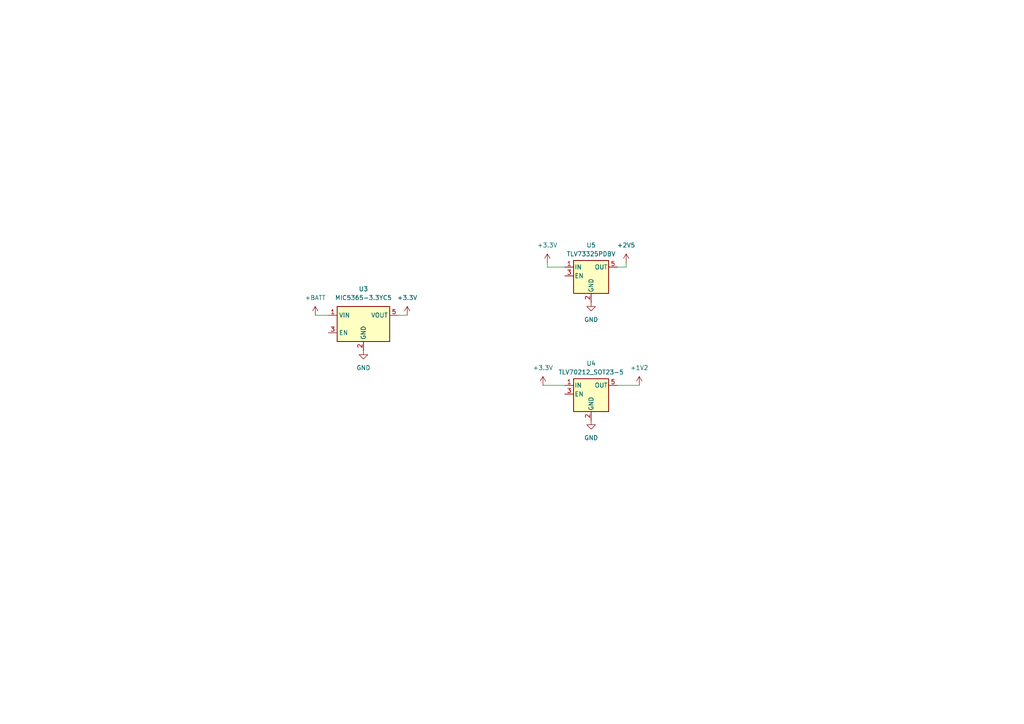
<source format=kicad_sch>
(kicad_sch (version 20250114) (generator "eeschema") (generator_version "9.0")
  (paper "A4")
  (lib_symbols
    (symbol "Regulator_Linear:MIC5365-3.3YC5"
      (property "Reference" "U" (at -6.35 6.35 0))
      (property "Value" "MIC5365-3.3YC5" (at 0 6.35 0))
      (symbol "MIC5365-3.3YC5_0_1"
        (rectangle (start -7.62 -5.08) (end 7.62 5.08) (stroke (width 0.254)) (fill (type background)))
      )
      (symbol "MIC5365-3.3YC5_1_1"
        (pin power_in line (at -10.16 2.54 0) (length 2.54) (name "VIN") (number "1"))
        (pin input line (at -10.16 -2.54 0) (length 2.54) (name "EN") (number "3"))
        (pin power_in line (at 0 -7.62 90) (length 2.54) (name "GND") (number "2"))
        (pin no_connect line (at 7.62 -2.54 180) (length 2.54) (hide yes) (name "NC") (number "4"))
        (pin power_out line (at 10.16 2.54 180) (length 2.54) (name "VOUT") (number "5"))
      )
    )
    (symbol "Regulator_Linear:TLV70212_SOT23-5" (pin_names (offset 0.254))
      (property "Reference" "U" (at -3.81 5.715 0))
      (property "Value" "TLV70212_SOT23-5" (at 0 5.715 0))
      (symbol "TLV70212_SOT23-5_0_1"
        (rectangle (start -5.08 4.445) (end 5.08 -5.08) (stroke (width 0.254)) (fill (type background)))
      )
      (symbol "TLV70212_SOT23-5_1_1"
        (pin power_in line (at -7.62 2.54 0) (length 2.54) (name "IN") (number "1"))
        (pin input line (at -7.62 0 0) (length 2.54) (name "EN") (number "3"))
        (pin power_in line (at 0 -7.62 90) (length 2.54) (name "GND") (number "2"))
        (pin no_connect line (at 5.08 0 180) (length 2.54) (hide yes) (name "NC") (number "4"))
        (pin power_out line (at 7.62 2.54 180) (length 2.54) (name "OUT") (number "5"))
      )
    )
    (symbol "Regulator_Linear:TLV73325PDBV" (pin_names (offset 0.254))
      (property "Reference" "U" (at -3.81 5.715 0))
      (property "Value" "TLV73325PDBV" (at 0 5.715 0))
      (symbol "TLV73325PDBV_0_1"
        (rectangle (start -5.08 4.445) (end 5.08 -5.08) (stroke (width 0.254)) (fill (type background)))
      )
      (symbol "TLV73325PDBV_1_1"
        (pin power_in line (at -7.62 2.54 0) (length 2.54) (name "IN") (number "1"))
        (pin input line (at -7.62 0 0) (length 2.54) (name "EN") (number "3"))
        (pin power_in line (at 0 -7.62 90) (length 2.54) (name "GND") (number "2"))
        (pin no_connect line (at 5.08 0 180) (length 2.54) (hide yes) (name "NC") (number "4"))
        (pin power_out line (at 7.62 2.54 180) (length 2.54) (name "OUT") (number "5"))
      )
    )
    (symbol "power:+1V2" (power) (pin_numbers (hide yes)) (pin_names (offset 0) (hide yes))
      (property "Value" "+1V2" (at 0 3.556 0))
      (symbol "+1V2_0_1"
        (polyline (pts (xy -0.762 1.27) (xy 0 2.54)))
        (polyline (pts (xy 0 2.54) (xy 0.762 1.27)))
        (polyline (pts (xy 0 0) (xy 0 2.54)))
      )
      (symbol "+1V2_1_1"
        (pin power_in line (at 0 0 90) (length 0) (name "~") (number "1"))
      )
    )
    (symbol "power:+2V5" (power) (pin_numbers (hide yes)) (pin_names (offset 0) (hide yes))
      (property "Value" "+2V5" (at 0 3.556 0))
      (symbol "+2V5_0_1"
        (polyline (pts (xy -0.762 1.27) (xy 0 2.54)))
        (polyline (pts (xy 0 2.54) (xy 0.762 1.27)))
        (polyline (pts (xy 0 0) (xy 0 2.54)))
      )
      (symbol "+2V5_1_1"
        (pin power_in line (at 0 0 90) (length 0) (name "~") (number "1"))
      )
    )
    (symbol "power:+3.3V" (power) (pin_numbers (hide yes)) (pin_names (offset 0) (hide yes))
      (property "Value" "+3.3V" (at 0 3.556 0))
      (symbol "+3.3V_0_1"
        (polyline (pts (xy -0.762 1.27) (xy 0 2.54)))
        (polyline (pts (xy 0 2.54) (xy 0.762 1.27)))
        (polyline (pts (xy 0 0) (xy 0 2.54)))
      )
      (symbol "+3.3V_1_1"
        (pin power_in line (at 0 0 90) (length 0) (name "~") (number "1"))
      )
    )
    (symbol "power:+BATT" (power) (pin_numbers (hide yes)) (pin_names (offset 0) (hide yes))
      (property "Value" "+BATT" (at 0 3.556 0))
      (symbol "+BATT_0_1"
        (polyline (pts (xy -0.762 1.27) (xy 0 2.54)))
        (polyline (pts (xy 0 2.54) (xy 0.762 1.27)))
        (polyline (pts (xy 0 0) (xy 0 2.54)))
      )
      (symbol "+BATT_1_1"
        (pin power_in line (at 0 0 90) (length 0) (name "~") (number "1"))
      )
    )
    (symbol "power:GND" (power) (pin_numbers (hide yes)) (pin_names (offset 0) (hide yes))
      (property "Value" "GND" (at 0 -3.81 0))
      (symbol "GND_0_1"
        (polyline (pts (xy 0 0) (xy 0 -1.27) (xy 1.27 -1.27) (xy 0 -2.54) (xy -1.27 -1.27) (xy 0 -1.27)))
      )
      (symbol "GND_1_1"
        (pin power_in line (at 0 0 270) (length 0) (name "~") (number "1"))
      )
    )
  )
  (wire (pts (xy 91.44 91.44) (xy 95.25 91.44)))
  (wire (pts (xy 181.61 76.2) (xy 181.61 77.47)))
  (wire (pts (xy 158.75 77.47) (xy 163.83 77.47)))
  (wire (pts (xy 179.07 111.76) (xy 185.42 111.76)))
  (wire (pts (xy 179.07 77.47) (xy 181.61 77.47)))
  (wire (pts (xy 158.75 76.2) (xy 158.75 77.47)))
  (wire (pts (xy 118.11 91.44) (xy 115.57 91.44)))
  (wire (pts (xy 157.48 111.76) (xy 163.83 111.76)))
  (symbol (lib_id "power:GND") (at 105.41 101.6 0) (unit 1)
    (property "Reference" "#PWR01" (effects (hide yes)))
    (property "Value" "GND" (at 105.41 106.68 0))
    (property "Description" "Power symbol creates a global label with name \"GND\" , ground" (effects (hide yes)))
  )
  (symbol (lib_id "power:GND") (at 171.45 121.92 0) (unit 1)
    (property "Reference" "#PWR09" (effects (hide yes)))
    (property "Value" "GND" (at 171.45 127 0))
    (property "Description" "Power symbol creates a global label with name \"GND\" , ground" (effects (hide yes)))
  )
  (symbol (lib_id "Regulator_Linear:MIC5365-3.3YC5") (at 105.41 93.98 0) (unit 1)
    (property "Reference" "U3" (at 105.41 83.82 0))
    (property "Value" "MIC5365-3.3YC5" (at 105.41 86.36 0))
    (property "Footprint" "Package_TO_SOT_SMD:SOT-353_SC-70-5" (effects (hide yes)))
    (property "Datasheet" "https://ww1.microchip.com/downloads/aemDocuments/documents/APID/ProductDocuments/DataSheets/MIC5365-6-High-Performance-Single-150mA-LDO-DS20006605A.pdf" (effects (hide yes)))
    (property "Description" "150mA Low-dropout Voltage Regulator, Vout 3.3V, Vin up to 5.5V, SC-70-5" (effects (hide yes)))
  )
  (symbol (lib_id "power:+3.3V") (at 158.75 76.2 0) (unit 1)
    (property "Reference" "#PWR07" (effects (hide yes)))
    (property "Value" "+3.3V" (at 158.75 71.12 0))
    (property "Description" "Power symbol creates a global label with name \"+3.3V\"" (effects (hide yes)))
  )
  (symbol (lib_id "power:+BATT") (at 91.44 91.44 0) (unit 1)
    (property "Reference" "#PWR05" (effects (hide yes)))
    (property "Value" "+BATT" (at 91.44 86.36 0))
    (property "Description" "Power symbol creates a global label with name \"+BATT\"" (effects (hide yes)))
  )
  (symbol (lib_id "power:+1V2") (at 185.42 111.76 0) (unit 1)
    (property "Reference" "#PWR02" (effects (hide yes)))
    (property "Value" "+1V2" (at 185.42 106.68 0))
    (property "Description" "Power symbol creates a global label with name \"+1V2\"" (effects (hide yes)))
  )
  (symbol (lib_id "power:+3.3V") (at 118.11 91.44 0) (unit 1)
    (property "Reference" "#PWR04" (effects (hide yes)))
    (property "Value" "+3.3V" (at 118.11 86.36 0))
    (property "Description" "Power symbol creates a global label with name \"+3.3V\"" (effects (hide yes)))
  )
  (symbol (lib_id "Regulator_Linear:TLV70212_SOT23-5") (at 171.45 114.3 0) (unit 1)
    (property "Reference" "U4" (at 171.45 105.41 0))
    (property "Value" "TLV70212_SOT23-5" (at 171.45 107.95 0))
    (property "Footprint" "Package_TO_SOT_SMD:SOT-23-5" (effects (hide yes)))
    (property "Datasheet" "http://www.ti.com/lit/ds/symlink/tlv702.pdf" (effects (hide yes)))
    (property "Description" "300mA Low Dropout Voltage Regulator, Fixed Output 1.2V, SOT-23-5" (effects (hide yes)))
  )
  (symbol (lib_id "power:GND") (at 171.45 87.63 0) (unit 1)
    (property "Reference" "#PWR010" (effects (hide yes)))
    (property "Value" "GND" (at 171.45 92.71 0))
    (property "Description" "Power symbol creates a global label with name \"GND\" , ground" (effects (hide yes)))
  )
  (symbol (lib_id "power:+2V5") (at 181.61 76.2 0) (unit 1)
    (property "Reference" "#PWR03" (effects (hide yes)))
    (property "Value" "+2V5" (at 181.61 71.12 0))
    (property "Description" "Power symbol creates a global label with name \"+2V5\"" (effects (hide yes)))
  )
  (symbol (lib_id "power:+3.3V") (at 157.48 111.76 0) (unit 1)
    (property "Reference" "#PWR06" (effects (hide yes)))
    (property "Value" "+3.3V" (at 157.48 106.68 0))
    (property "Description" "Power symbol creates a global label with name \"+3.3V\"" (effects (hide yes)))
  )
  (symbol (lib_id "Regulator_Linear:TLV73325PDBV") (at 171.45 80.01 0) (unit 1)
    (property "Reference" "U5" (at 171.45 71.12 0))
    (property "Value" "TLV73325PDBV" (at 171.45 73.66 0))
    (property "Footprint" "Package_TO_SOT_SMD:SOT-23-5" (effects (hide yes)))
    (property "Datasheet" "http://www.ti.com/lit/ds/symlink/tlv733p.pdf" (effects (hide yes)))
    (property "Description" "300mA Capacitor-Free Low Dropout Voltage Regulator, Fixed Output 2.5V, SOT-23-5" (effects (hide yes)))
  )
)
</source>
